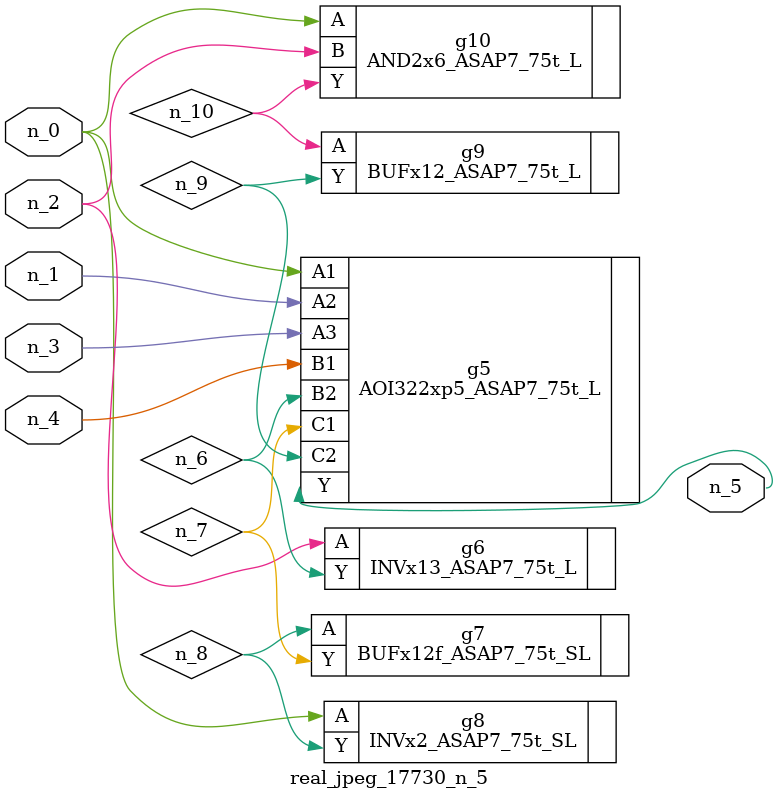
<source format=v>
module real_jpeg_17730_n_5 (n_4, n_0, n_1, n_2, n_3, n_5);

input n_4;
input n_0;
input n_1;
input n_2;
input n_3;

output n_5;

wire n_8;
wire n_6;
wire n_7;
wire n_10;
wire n_9;

AOI322xp5_ASAP7_75t_L g5 ( 
.A1(n_0),
.A2(n_1),
.A3(n_3),
.B1(n_4),
.B2(n_6),
.C1(n_7),
.C2(n_9),
.Y(n_5)
);

INVx2_ASAP7_75t_SL g8 ( 
.A(n_0),
.Y(n_8)
);

AND2x6_ASAP7_75t_L g10 ( 
.A(n_0),
.B(n_2),
.Y(n_10)
);

INVx13_ASAP7_75t_L g6 ( 
.A(n_2),
.Y(n_6)
);

BUFx12f_ASAP7_75t_SL g7 ( 
.A(n_8),
.Y(n_7)
);

BUFx12_ASAP7_75t_L g9 ( 
.A(n_10),
.Y(n_9)
);


endmodule
</source>
